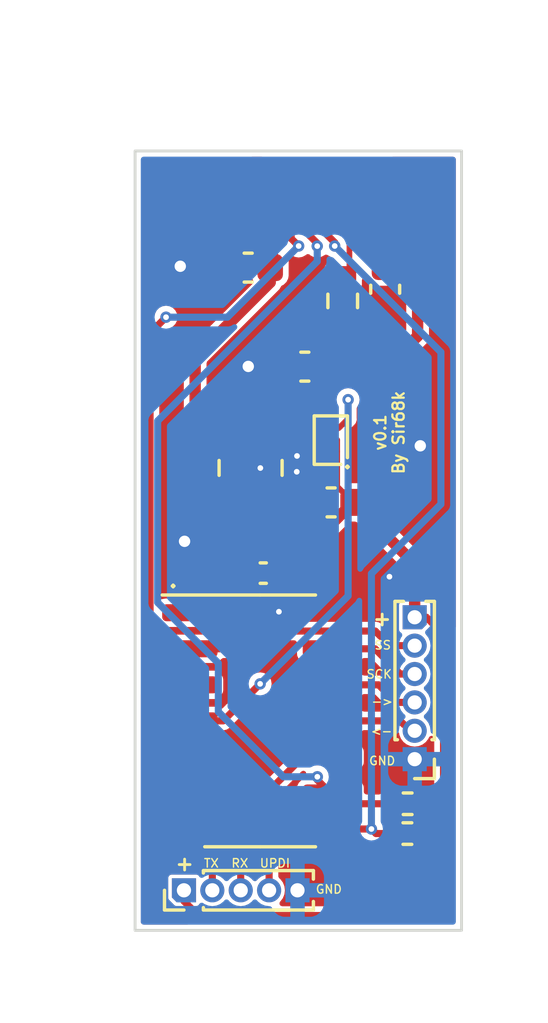
<source format=kicad_pcb>
(kicad_pcb (version 20211014) (generator pcbnew)
  (layers (0 "F.Cu" mixed) (31 "B.Cu" mixed) (34 "B.Paste" user) (35 "F.Paste" user) (36 "B.SilkS" user "B.Silkscreen") (37 "F.SilkS" user "F.Silkscreen") (38 "B.Mask" user) (39 "F.Mask" user) (44 "Edge.Cuts" user))
  (net 0 "")
  (net 1 "/IREF")
  (net 2 "GND")
  (net 3 "+12V")
  (net 4 "/OLED PWR ENABLE")
  (net 5 "VCC")
  (net 6 "/SS")
  (net 7 "/RES#")
  (net 9 "/UART RX")
  (net 10 "/UART TX")
  (net 11 "/I2C SDA")
  (net 12 "/I2C SCL")
  (net 13 "/UPDI")
  (net 14 "/MOSI")
  (net 15 "/MISO")
  (net 16 "/SCK")
  (net 17 "/VCOMH")
  (net 24 "Net-(IC2-PadB2)")
  (footprint "Capacitor_SMD:C_0603_1608Metric" (layer "F.Cu") (at 101.704 67.85)
    (fp_text reference "C2" hide)
    (fp_text value "1uF" hide)
    (fp_line (start -0.14058 -0.51) (end 0.14058 -0.51) (layer "F.SilkS") (width 0.12))
    (fp_line (start -0.14058 0.51) (end 0.14058 0.51) (layer "F.SilkS") (width 0.12))
    (pad "1" smd roundrect (at -0.775 0) (size 0.9 0.95) (layers "F.Cu" "F.Paste" "F.Mask") (net 2 "GND"))
    (pad "2" smd roundrect (at 0.775 0) (size 0.9 0.95) (layers "F.Cu" "F.Paste" "F.Mask") (net 5 "VCC"))
  )
  (footprint "Resistor_SMD:R_0603_1608Metric" (layer "F.Cu") (at 105.034214 69.023096 -90)
    (fp_text reference "R1" hide)
    (fp_text value "680k" hide)
    (fp_line (start -0.237258 -0.5225) (end 0.237258 -0.5225) (layer "F.SilkS") (width 0.12))
    (fp_line (start -0.237258 0.5225) (end 0.237258 0.5225) (layer "F.SilkS") (width 0.12))
    (pad "1" smd roundrect (at -0.825 0 270) (size 0.8 0.95) (layers "F.Cu" "F.Paste" "F.Mask") (net 1 "/IREF"))
    (pad "2" smd roundrect (at 0.825 0 270) (size 0.8 0.95) (layers "F.Cu" "F.Paste" "F.Mask") (net 2 "GND"))
  )
  (footprint "Capacitor_SMD:C_0402_1005Metric" (layer "F.Cu") (at 102.235 78.613)
    (fp_text reference "C4" hide)
    (fp_text value "0.1uF" hide)
    (fp_line (start -0.107836 -0.36) (end 0.107836 -0.36) (layer "F.SilkS") (width 0.12))
    (fp_line (start -0.107836 0.36) (end 0.107836 0.36) (layer "F.SilkS") (width 0.12))
    (pad "1" smd roundrect (at -0.48 0) (size 0.56 0.62) (layers "F.Cu" "F.Paste" "F.Mask") (net 5 "VCC"))
    (pad "2" smd roundrect (at 0.48 0) (size 0.56 0.62) (layers "F.Cu" "F.Paste" "F.Mask") (net 2 "GND"))
  )
  (footprint "Inductor_SMD:L_1008_2520Metric" (layer "F.Cu") (at 101.789507 74.906353 90)
    (fp_text reference "L1" hide)
    (fp_text value "10uH" hide)
    (fp_line (start -0.261252 -1.11) (end 0.261252 -1.11) (layer "F.SilkS") (width 0.12))
    (fp_line (start -0.261252 1.11) (end 0.261252 1.11) (layer "F.SilkS") (width 0.12))
    (pad "1" smd roundrect (at -1.075 0 90) (size 1.25 2.2) (layers "F.Cu" "F.Paste" "F.Mask") (roundrect_rratio 0.2) (net 5 "VCC"))
    (pad "2" smd roundrect (at 1.075 0 90) (size 1.25 2.2) (layers "F.Cu" "F.Paste" "F.Mask") (roundrect_rratio 0.2) (net 24 "Net-(IC2-PadB2)"))
  )
  (footprint "Capacitor_SMD:C_0603_1608Metric" (layer "F.Cu") (at 103.700338 71.338802 180)
    (fp_text reference "C5" hide)
    (fp_text value "4.7uF" hide)
    (fp_line (start -0.14058 0.51) (end 0.14058 0.51) (layer "F.SilkS") (width 0.12))
    (fp_line (start -0.14058 -0.51) (end 0.14058 -0.51) (layer "F.SilkS") (width 0.12))
    (pad "1" smd roundrect (at -0.775 0 180) (size 0.9 0.95) (layers "F.Cu" "F.Paste" "F.Mask") (net 3 "+12V"))
    (pad "2" smd roundrect (at 0.775 0 180) (size 0.9 0.95) (layers "F.Cu" "F.Paste" "F.Mask") (net 2 "GND"))
  )
  (footprint "Resistor_SMD:R_0402_1005Metric" (layer "F.Cu") (at 107.312916 87.789952 180)
    (fp_text reference "R3" hide)
    (fp_text value "4.7k" hide)
    (fp_line (start -0.153641 -0.38) (end 0.153641 -0.38) (layer "F.SilkS") (width 0.12))
    (fp_line (start -0.153641 0.38) (end 0.153641 0.38) (layer "F.SilkS") (width 0.12))
    (pad "1" smd roundrect (at -0.51 0 180) (size 0.54 0.64) (layers "F.Cu" "F.Paste" "F.Mask") (net 5 "VCC"))
    (pad "2" smd roundrect (at 0.51 0 180) (size 0.54 0.64) (layers "F.Cu" "F.Paste" "F.Mask") (net 11 "/I2C SDA"))
  )
  (footprint "Resistor_SMD:R_0402_1005Metric" (layer "F.Cu") (at 107.320827 86.739749 180)
    (fp_text reference "R2" hide)
    (fp_text value "4.7k" hide)
    (fp_line (start -0.153641 -0.38) (end 0.153641 -0.38) (layer "F.SilkS") (width 0.12))
    (fp_line (start -0.153641 0.38) (end 0.153641 0.38) (layer "F.SilkS") (width 0.12))
    (pad "1" smd roundrect (at -0.51 0 180) (size 0.54 0.64) (layers "F.Cu" "F.Paste" "F.Mask") (net 5 "VCC"))
    (pad "2" smd roundrect (at 0.51 0 180) (size 0.54 0.64) (layers "F.Cu" "F.Paste" "F.Mask") (net 12 "/I2C SCL"))
  )
  (footprint "Connector_PinHeader_1.00mm:PinHeader_1x06_P1.00mm_Vertical" (layer "F.Cu") (at 107.569 85.169 180)
    (fp_text reference "J1" hide)
    (fp_text value "DISPLAY IN" hide)
    (fp_line (start 0.608276 0.685) (end 0.695 0.685) (layer "F.SilkS") (width 0.12))
    (fp_line (start 0.695 0.685) (end 0.695 5.56) (layer "F.SilkS") (width 0.12))
    (fp_line (start -0.695 -0.685) (end 0 -0.685) (layer "F.SilkS") (width 0.12))
    (fp_line (start -0.695 0) (end -0.695 -0.685) (layer "F.SilkS") (width 0.12))
    (fp_line (start -0.695 5.56) (end -0.394493 5.56) (layer "F.SilkS") (width 0.12))
    (fp_line (start -0.695 0.685) (end -0.608276 0.685) (layer "F.SilkS") (width 0.12))
    (fp_line (start -0.695 0.685) (end -0.695 5.56) (layer "F.SilkS") (width 0.12))
    (fp_line (start 0.394493 5.56) (end 0.695 5.56) (layer "F.SilkS") (width 0.12))
    (pad "1" thru_hole rect (at 0 0 180) (size 0.85 0.85) (drill 0.5) (layers *.Cu *.Mask) (net 2 "GND"))
    (pad "2" thru_hole oval (at 0 1 180) (size 0.85 0.85) (drill 0.5) (layers *.Cu *.Mask) (net 14 "/MOSI"))
    (pad "3" thru_hole oval (at 0 2 180) (size 0.85 0.85) (drill 0.5) (layers *.Cu *.Mask) (net 15 "/MISO"))
    (pad "4" thru_hole oval (at 0 3 180) (size 0.85 0.85) (drill 0.5) (layers *.Cu *.Mask) (net 16 "/SCK"))
    (pad "5" thru_hole oval (at 0 4 180) (size 0.85 0.85) (drill 0.5) (layers *.Cu *.Mask) (net 6 "/SS"))
    (pad "6" thru_hole roundrect (at 0 5 180) (size 0.85 0.85) (drill 0.5) (layers *.Cu *.Mask) (roundrect_rratio 0) (chamfer_ratio 0.2) (chamfer top_left) (net 5 "VCC"))
  )
  (footprint "Connector_PinHeader_1.00mm:PinHeader_1x05_P1.00mm_Vertical" (layer "F.Cu") (at 99.441 89.789 90)
    (fp_text reference "J2" hide)
    (fp_text value "UART/DEBUG" hide)
    (fp_line (start 0.608276 0.685) (end 0.695 0.685) (layer "F.SilkS") (width 0.12))
    (fp_line (start -0.695 0) (end -0.695 -0.685) (layer "F.SilkS") (width 0.12))
    (fp_line (start 0.394493 4.56) (end 0.695 4.56) (layer "F.SilkS") (width 0.12))
    (fp_line (start -0.695 4.56) (end -0.394493 4.56) (layer "F.SilkS") (width 0.12))
    (fp_line (start -0.695 0.685) (end -0.608276 0.685) (layer "F.SilkS") (width 0.12))
    (fp_line (start 0.695 0.685) (end 0.695 4.56) (layer "F.SilkS") (width 0.12))
    (fp_line (start -0.695 -0.685) (end 0 -0.685) (layer "F.SilkS") (width 0.12))
    (fp_line (start -0.695 0.685) (end -0.695 4.56) (layer "F.SilkS") (width 0.12))
    (pad "1" thru_hole roundrect (at 0 0 90) (size 0.85 0.85) (drill 0.5) (layers *.Cu *.Mask) (roundrect_rratio 0) (chamfer_ratio 0.2) (chamfer top_left) (net 5 "VCC"))
    (pad "2" thru_hole oval (at 0 1 90) (size 0.85 0.85) (drill 0.5) (layers *.Cu *.Mask) (net 10 "/UART TX"))
    (pad "3" thru_hole oval (at 0 2 90) (size 0.85 0.85) (drill 0.5) (layers *.Cu *.Mask) (net 9 "/UART RX"))
    (pad "4" thru_hole oval (at 0 3 90) (size 0.85 0.85) (drill 0.5) (layers *.Cu *.Mask) (net 13 "/UPDI"))
    (pad "5" thru_hole rect (at 0 4 90) (size 0.85 0.85) (drill 0.5) (layers *.Cu *.Mask) (net 2 "GND"))
  )
  (footprint "Connector:Connector_OLED_SSD1306_UT-0206-P02" (layer "F.Cu") (at 93.211445 65.384345 90)
    (fp_text reference "OLED1" hide)
    (fp_text value "Conn_OLED_SSD1306_14_I2C" hide)
    (pad "1" smd rect (at 0 5.08 90) (size 2.5 0.32) (layers "F.Cu" "F.Paste" "F.Mask"))
    (pad "2" smd rect (at 0 5.7 90) (size 2.5 0.32) (layers "F.Cu" "F.Paste" "F.Mask"))
    (pad "3" smd rect (at 0 6.32 90) (size 2.5 0.32) (layers "F.Cu" "F.Paste" "F.Mask"))
    (pad "4" smd rect (at 0 6.94 90) (size 2.5 0.32) (layers "F.Cu" "F.Paste" "F.Mask"))
    (pad "5" smd rect (at 0 7.56 90) (size 2.5 0.32) (layers "F.Cu" "F.Paste" "F.Mask"))
    (pad "6" smd rect (at 0 8.18 90) (size 2.5 0.32) (layers "F.Cu" "F.Paste" "F.Mask"))
    (pad "7" smd rect (at 0 8.8 90) (size 2.5 0.32) (layers "F.Cu" "F.Paste" "F.Mask") (net 2 "GND"))
    (pad "8" smd rect (at 0 9.42 90) (size 2.5 0.32) (layers "F.Cu" "F.Paste" "F.Mask") (net 5 "VCC"))
    (pad "9" smd rect (at 0 10.04 90) (size 2.5 0.32) (layers "F.Cu" "F.Paste" "F.Mask") (net 7 "/RES#"))
    (pad "10" smd rect (at 0 10.66 90) (size 2.5 0.32) (layers "F.Cu" "F.Paste" "F.Mask") (net 12 "/I2C SCL"))
    (pad "11" smd rect (at 0 11.28 90) (size 2.5 0.32) (layers "F.Cu" "F.Paste" "F.Mask") (net 11 "/I2C SDA"))
    (pad "12" smd rect (at 0 11.9 90) (size 2.5 0.32) (layers "F.Cu" "F.Paste" "F.Mask") (net 1 "/IREF"))
    (pad "13" smd rect (at 0 12.52 90) (size 2.5 0.32) (layers "F.Cu" "F.Paste" "F.Mask") (net 17 "/VCOMH"))
    (pad "14" smd rect (at 0 13.14 90) (size 2.5 0.32) (layers "F.Cu" "F.Paste" "F.Mask") (net 3 "+12V"))
  )
  (footprint "Capacitor_SMD:C_0603_1608Metric" (layer "F.Cu") (at 104.624621 76.121253)
    (fp_text reference "C1" hide)
    (fp_text value "4.7uF" hide)
    (fp_line (start -0.14058 0.51) (end 0.14058 0.51) (layer "F.SilkS") (width 0.12))
    (fp_line (start -0.14058 -0.51) (end 0.14058 -0.51) (layer "F.SilkS") (width 0.12))
    (pad "1" smd roundrect (at -0.775 0) (size 0.9 0.95) (layers "F.Cu" "F.Paste" "F.Mask") (net 2 "GND"))
    (pad "2" smd roundrect (at 0.775 0) (size 0.9 0.95) (layers "F.Cu" "F.Paste" "F.Mask") (net 5 "VCC"))
  )
  (footprint "Package_SO:SOIC-14_3.9x8.7mm_P1.27mm" (layer "F.Cu") (at 102.125 83.82)
    (fp_text reference "IC1" hide)
    (fp_text value "ATtiny1614-SS" hide)
    (fp_line (start 0 4.435) (end 1.95 4.435) (layer "F.SilkS") (width 0.12))
    (fp_line (start 0 -4.435) (end -3.45 -4.435) (layer "F.SilkS") (width 0.12))
    (fp_line (start 0 -4.435) (end 1.95 -4.435) (layer "F.SilkS") (width 0.12))
    (fp_line (start 0 4.435) (end -1.95 4.435) (layer "F.SilkS") (width 0.12))
    (pad "1" smd roundrect (at -2.475 -3.81) (size 1.95 0.6) (layers "F.Cu" "F.Paste" "F.Mask") (net 5 "VCC"))
    (pad "2" smd roundrect (at -2.475 -2.54) (size 1.95 0.6) (layers "F.Cu" "F.Paste" "F.Mask") (net 6 "/SS"))
    (pad "3" smd roundrect (at -2.475 -1.27) (size 1.95 0.6) (layers "F.Cu" "F.Paste" "F.Mask") (net 7 "/RES#"))
    (pad "4" smd roundrect (at -2.475 0) (size 1.95 0.6) (layers "F.Cu" "F.Paste" "F.Mask") (net 4 "/OLED PWR ENABLE"))
    (pad "5" smd roundrect (at -2.475 1.27) (size 1.95 0.6) (layers "F.Cu" "F.Paste" "F.Mask"))
    (pad "6" smd roundrect (at -2.475 2.54) (size 1.95 0.6) (layers "F.Cu" "F.Paste" "F.Mask") (net 9 "/UART RX"))
    (pad "7" smd roundrect (at -2.475 3.81) (size 1.95 0.6) (layers "F.Cu" "F.Paste" "F.Mask") (net 10 "/UART TX"))
    (pad "8" smd roundrect (at 2.475 3.81) (size 1.95 0.6) (layers "F.Cu" "F.Paste" "F.Mask") (net 11 "/I2C SDA"))
    (pad "9" smd roundrect (at 2.475 2.54) (size 1.95 0.6) (layers "F.Cu" "F.Paste" "F.Mask") (net 12 "/I2C SCL"))
    (pad "10" smd roundrect (at 2.475 1.27) (size 1.95 0.6) (layers "F.Cu" "F.Paste" "F.Mask") (net 13 "/UPDI"))
    (pad "11" smd roundrect (at 2.475 0) (size 1.95 0.6) (layers "F.Cu" "F.Paste" "F.Mask") (net 14 "/MOSI"))
    (pad "12" smd roundrect (at 2.475 -1.27) (size 1.95 0.6) (layers "F.Cu" "F.Paste" "F.Mask") (net 15 "/MISO"))
    (pad "13" smd roundrect (at 2.475 -2.54) (size 1.95 0.6) (layers "F.Cu" "F.Paste" "F.Mask") (net 16 "/SCK"))
    (pad "14" smd roundrect (at 2.475 -3.81) (size 1.95 0.6) (layers "F.Cu" "F.Paste" "F.Mask") (net 2 "GND"))
  )
  (footprint "Capacitor_SMD:C_0603_1608Metric" (layer "F.Cu") (at 106.53 68.612 -90)
    (fp_text reference "C3" hide)
    (fp_text value "4.7uF" hide)
    (fp_line (start -0.14058 0.51) (end 0.14058 0.51) (layer "F.SilkS") (width 0.12))
    (fp_line (start -0.14058 -0.51) (end 0.14058 -0.51) (layer "F.SilkS") (width 0.12))
    (pad "1" smd roundrect (at -0.775 0 270) (size 0.9 0.95) (layers "F.Cu" "F.Paste" "F.Mask") (net 17 "/VCOMH"))
    (pad "2" smd roundrect (at 0.775 0 270) (size 0.9 0.95) (layers "F.Cu" "F.Paste" "F.Mask") (net 2 "GND"))
  )
  (footprint "Package_BGA:Texas_DSBGA-6_0.95x1.488mm_Layout2x3_P0.4mm" (layer "F.Cu") (at 104.615 73.92775 180)
    (fp_text reference "IC2" hide)
    (fp_text value "TPS61046" hide)
    (fp_line (start 0.585 0.854) (end -0.585 0.854) (layer "F.SilkS") (width 0.12))
    (fp_line (start 0.585 -0.854) (end 0.585 0.854) (layer "F.SilkS") (width 0.12))
    (fp_line (start -0.585 0.854) (end -0.585 -0.6165) (layer "F.SilkS") (width 0.12))
    (fp_line (start -0.3475 -0.854) (end 0.585 -0.854) (layer "F.SilkS") (width 0.12))
    (pad "A1" smd circle (at -0.2 -0.4 180) (size 0.25 0.25) (layers "F.Cu" "F.Paste" "F.Mask") (net 5 "VCC"))
    (pad "A2" smd circle (at 0.2 -0.4 180) (size 0.25 0.25) (layers "F.Cu" "F.Paste" "F.Mask") (net 2 "GND"))
    (pad "B1" smd circle (at -0.2 0 180) (size 0.25 0.25) (layers "F.Cu" "F.Paste" "F.Mask") (net 5 "VCC"))
    (pad "B2" smd circle (at 0.2 0 180) (size 0.25 0.25) (layers "F.Cu" "F.Paste" "F.Mask") (net 24 "Net-(IC2-PadB2)"))
    (pad "C1" smd circle (at -0.2 0.4 180) (size 0.25 0.25) (layers "F.Cu" "F.Paste" "F.Mask") (net 4 "/OLED PWR ENABLE"))
    (pad "C2" smd circle (at 0.2 0.4 180) (size 0.25 0.25) (layers "F.Cu" "F.Paste" "F.Mask") (net 3 "+12V"))
  )
  (gr_rect (start 97.72 91.2) (end 109.22 63.74) (layer "Edge.Cuts") (width 0.1) (fill none))
  (gr_text "GND" (at 106.424194 85.228573) (layer "F.SilkS") (effects (font (size 0.3 0.3) (thickness 0.05))))
  (gr_text "->" (at 106.424194 83.137055) (layer "F.SilkS") (effects (font (size 0.3 0.3) (thickness 0.05))))
  (gr_text "v0.1\nBy Sir68k" (at 106.68 73.66 90) (layer "F.SilkS") (effects (font (size 0.4 0.4) (thickness 0.08))))
  (gr_text "+" (at 99.464791 88.846806) (layer "F.SilkS") (effects (font (size 0.5 0.5) (thickness 0.1))))
  (gr_text "SS" (at 106.445536 81.152246) (layer "F.SilkS") (effects (font (size 0.3 0.3) (thickness 0.05))))
  (gr_text "->" (at 106.402852 84.225498 180) (layer "F.SilkS") (effects (font (size 0.3 0.3) (thickness 0.05))))
  (gr_text "." (at 105.2 74.54425) (layer "F.SilkS") (effects (font (size 0.8 0.8) (thickness 0.1))))
  (gr_text "GND" (at 104.546095 89.753084) (layer "F.SilkS") (effects (font (size 0.3 0.3) (thickness 0.05))))
  (gr_text "UPDI" (at 102.646654 88.835376) (layer "F.SilkS") (effects (font (size 0.3 0.3) (thickness 0.05))))
  (gr_text "." (at 99.06 78.74) (layer "F.SilkS") (effects (font (size 0.8 0.8) (thickness 0.1))))
  (gr_text "TX" (at 100.405741 88.835376) (layer "F.SilkS") (effects (font (size 0.3 0.3) (thickness 0.05))))
  (gr_text "RX" (at 101.408817 88.835376) (layer "F.SilkS") (effects (font (size 0.3 0.3) (thickness 0.05))))
  (gr_text "SCK" (at 106.317484 82.176663) (layer "F.SilkS") (effects (font (size 0.3 0.3) (thickness 0.05))))
  (gr_text "+" (at 106.424194 80.213197) (layer "F.SilkS") (effects (font (size 0.5 0.5) (thickness 0.1))))
  (segment (start 105.111445 65.384345) (end 105.27079 65.54369) (width 0.2) (layer "F.Cu") (net 1))
  (segment (start 105.27079 65.54369) (end 105.27079 67.96421) (width 0.2) (layer "F.Cu") (net 1))
  (segment (start 104.365 74.37775) (end 104.415 74.37775) (width 0.25) (layer "F.Cu") (net 2))
  (segment (start 103.849621 74.893129) (end 104.365 74.37775) (width 0.25) (layer "F.Cu") (net 2))
  (segment (start 103.849621 76.121253) (end 103.849621 74.893129) (width 0.25) (layer "F.Cu") (net 2))
  (via (at 102.132745 74.911027) (size 0.4) (drill 0.2) (layers "F.Cu" "B.Cu") (net 2))
  (via (at 107.766703 74.128261) (size 0.8) (drill 0.4) (layers "F.Cu" "B.Cu") (net 2))
  (via (at 99.31185 67.801902) (size 0.8) (drill 0.4) (layers "F.Cu" "B.Cu") (net 2))
  (via (at 102.78654 79.973424) (size 0.4) (drill 0.2) (layers "F.Cu" "B.Cu") (net 2))
  (via (at 106.68 78.74) (size 0.4) (drill 0.2) (layers "F.Cu" "B.Cu") (net 2))
  (via (at 101.706862 71.330862) (size 0.8) (drill 0.4) (layers "F.Cu" "B.Cu") (net 2))
  (via (at 103.423569 74.48564) (size 0.4) (drill 0.2) (layers "F.Cu" "B.Cu") (net 2))
  (via (at 103.414724 75.042864) (size 0.4) (drill 0.2) (layers "F.Cu" "B.Cu") (net 2))
  (via (at 99.462748 77.49327) (size 0.8) (drill 0.4) (layers "F.Cu" "B.Cu") (net 2))
  (segment (start 106.597198 71.338802) (end 107.673 70.263) (width 0.4) (layer "F.Cu") (net 3))
  (segment (start 107.673 67.088) (end 107.673 70.263) (width 0.25) (layer "F.Cu") (net 3))
  (segment (start 107.673 66.961) (end 107.673 70.263) (width 0.4) (layer "F.Cu") (net 3))
  (segment (start 104.475338 73.324662) (end 104.415 73.385) (width 0.25) (layer "F.Cu") (net 3))
  (segment (start 104.475338 71.338802) (end 104.475338 73.324662) (width 0.25) (layer "F.Cu") (net 3))
  (segment (start 107.673 66.961) (end 107.673 67.088) (width 0.4) (layer "F.Cu") (net 3))
  (segment (start 104.475338 71.338802) (end 106.597198 71.338802) (width 0.4) (layer "F.Cu") (net 3))
  (segment (start 104.415 73.385) (end 104.415 73.47775) (width 0.25) (layer "F.Cu") (net 3))
  (segment (start 107.673 66.7059) (end 106.351445 65.384345) (width 0.4) (layer "F.Cu") (net 3))
  (segment (start 107.673 67.088) (end 107.673 66.7059) (width 0.4) (layer "F.Cu") (net 3))
  (segment (start 105.224335 72.502328) (end 105.224335 73.176706) (width 0.2) (layer "F.Cu") (net 4))
  (segment (start 100.82081 83.82) (end 99.65 83.82) (width 0.25) (layer "F.Cu") (net 4))
  (segment (start 105.224335 73.176706) (end 104.900338 73.500703) (width 0.2) (layer "F.Cu") (net 4))
  (segment (start 102.125 82.51581) (end 100.82081 83.82) (width 0.25) (layer "F.Cu") (net 4))
  (via (at 105.224335 72.502328) (size 0.4) (drill 0.2) (layers "F.Cu" "B.Cu") (net 4))
  (via (at 102.125 82.51581) (size 0.4) (drill 0.2) (layers "F.Cu" "B.Cu") (net 4))
  (segment (start 105.224335 72.502328) (end 105.224335 79.416475) (width 0.25) (layer "B.Cu") (net 4))
  (segment (start 105.224335 79.416475) (end 102.125 82.51581) (width 0.25) (layer "B.Cu") (net 4))
  (segment (start 101.789507 75.981353) (end 102.804407 76.996253) (width 0.4) (layer "F.Cu") (net 5))
  (segment (start 106.68 90.678) (end 108.585 88.773) (width 0.25) (layer "F.Cu") (net 5))
  (segment (start 107.822916 87.789952) (end 108.109952 87.789952) (width 0.25) (layer "F.Cu") (net 5))
  (segment (start 107.569 80.169) (end 107.569 78.290632) (width 0.4) (layer "F.Cu") (net 5))
  (segment (start 100.435743 75.981353) (end 101.789507 75.981353) (width 0.4) (layer "F.Cu") (net 5))
  (segment (start 101.6 76.17086) (end 101.6 78.74) (width 0.4) (layer "F.Cu") (net 5))
  (segment (start 102.804407 76.996253) (end 104.524621 76.996253) (width 0.4) (layer "F.Cu") (net 5))
  (segment (start 108.109952 87.789952) (end 108.585 87.314904) (width 0.25) (layer "F.Cu") (net 5))
  (segment (start 102.631445 65.384345) (end 102.631445 67.697555) (width 0.25) (layer "F.Cu") (net 5))
  (segment (start 108.585 86.995) (end 108.585 80.772) (width 0.25) (layer "F.Cu") (net 5))
  (segment (start 102.479 67.85) (end 102.479 68.368183) (width 0.4) (layer "F.Cu") (net 5))
  (segment (start 105.399621 76.121253) (end 104.84 75.561632) (width 0.2) (layer "F.Cu") (net 5))
  (segment (start 102.479 68.368183) (end 99.836341 71.010842) (width 0.4) (layer "F.Cu") (net 5))
  (segment (start 108.585 87.314904) (end 108.585 86.995) (width 0.25) (layer "F.Cu") (net 5))
  (segment (start 108.329749 86.739749) (end 108.585 86.995) (width 0.25) (layer "F.Cu") (net 5))
  (segment (start 107.982 80.169) (end 107.569 80.169) (width 0.25) (layer "F.Cu") (net 5))
  (segment (start 107.569 78.290632) (end 105.399621 76.121253) (width 0.4) (layer "F.Cu") (net 5))
  (segment (start 104.84 75.561632) (end 104.84 73.92775) (width 0.2) (layer "F.Cu") (net 5))
  (segment (start 107.830827 86.739749) (end 108.329749 86.739749) (width 0.25) (layer "F.Cu") (net 5))
  (segment (start 99.441 89.789) (end 99.441 90.17) (width 0.25) (layer "F.Cu") (net 5))
  (segment (start 104.524621 76.996253) (end 105.399621 76.121253) (width 0.4) (layer "F.Cu") (net 5))
  (segment (start 99.836341 75.381951) (end 100.435743 75.981353) (width 0.4) (layer "F.Cu") (net 5))
  (segment (start 99.836341 71.010842) (end 99.836341 75.381951) (width 0.4) (layer "F.Cu") (net 5))
  (segment (start 99.949 90.678) (end 106.68 90.678) (width 0.25) (layer "F.Cu") (net 5))
  (segment (start 108.585 80.772) (end 107.982 80.169) (width 0.25) (layer "F.Cu") (net 5))
  (segment (start 101.047 78.613) (end 99.65 80.01) (width 0.4) (layer "F.Cu") (net 5))
  (segment (start 101.755 78.613) (end 101.047 78.613) (width 0.4) (layer "F.Cu") (net 5))
  (segment (start 108.585 88.773) (end 108.585 86.995) (width 0.25) (layer "F.Cu") (net 5))
  (segment (start 99.441 90.17) (end 99.949 90.678) (width 0.25) (layer "F.Cu") (net 5))
  (segment (start 102.235 81.28) (end 102.86 80.655) (width 0.25) (layer "F.Cu") (net 6))
  (segment (start 99.65 81.28) (end 102.235 81.28) (width 0.25) (layer "F.Cu") (net 6))
  (segment (start 106.697396 81.169) (end 106.426698 80.898302) (width 0.25) (layer "F.Cu") (net 6))
  (segment (start 106.182 80.655) (end 106.357 80.83) (width 0.25) (layer "F.Cu") (net 6))
  (segment (start 107.569 81.169) (end 106.697396 81.169) (width 0.25) (layer "F.Cu") (net 6))
  (segment (start 102.86 80.655) (end 106.182 80.655) (width 0.25) (layer "F.Cu") (net 6))
  (segment (start 98.24718 82.537001) (end 98.24718 70.15912) (width 0.25) (layer "F.Cu") (net 7))
  (segment (start 103.217638 66.823638) (end 103.217638 65.418152) (width 0.25) (layer "F.Cu") (net 7))
  (segment (start 98.24718 70.15912) (end 98.809811 69.596489) (width 0.25) (layer "F.Cu") (net 7))
  (segment (start 99.65 82.55) (end 98.260179 82.55) (width 0.25) (layer "F.Cu") (net 7))
  (segment (start 103.482 67.088) (end 103.217638 66.823638) (width 0.25) (layer "F.Cu") (net 7))
  (segment (start 98.260179 82.55) (end 98.24718 82.537001) (width 0.25) (layer "F.Cu") (net 7))
  (via (at 103.482 67.088) (size 0.4) (drill 0.2) (layers "F.Cu" "B.Cu") (net 7))
  (via (at 98.809811 69.596489) (size 0.4) (drill 0.2) (layers "F.Cu" "B.Cu") (net 7))
  (segment (start 100.973511 69.596489) (end 98.809811 69.596489) (width 0.25) (layer "B.Cu") (net 7))
  (segment (start 103.482 67.088) (end 100.973511 69.596489) (width 0.25) (layer "B.Cu") (net 7))
  (segment (start 101.441 87.774249) (end 101.441 89.789) (width 0.25) (layer "F.Cu") (net 9))
  (segment (start 100.026751 86.36) (end 101.441 87.774249) (width 0.25) (layer "F.Cu") (net 9))
  (segment (start 100.441 88.63) (end 100.441 89.789) (width 0.25) (layer "F.Cu") (net 10))
  (segment (start 99.65 87.839) (end 100.441 88.63) (width 0.25) (layer "F.Cu") (net 10))
  (segment (start 99.65 87.63) (end 99.65 87.839) (width 0.25) (layer "F.Cu") (net 10))
  (segment (start 104.461081 66.674618) (end 104.461081 65.414709) (width 0.25) (layer "F.Cu") (net 11))
  (segment (start 104.752 67.088) (end 104.752 66.965537) (width 0.25) (layer "F.Cu") (net 11))
  (segment (start 106.802916 87.789952) (end 106.204952 87.789952) (width 0.25) (layer "F.Cu") (net 11))
  (segment (start 104.752 66.965537) (end 104.461081 66.674618) (width 0.25) (layer "F.Cu") (net 11))
  (segment (start 106.045 87.63) (end 104.6 87.63) (width 0.25) (layer "F.Cu") (net 11))
  (segment (start 106.204952 87.789952) (end 106.045 87.63) (width 0.25) (layer "F.Cu") (net 11))
  (via (at 106.045 87.63) (size 0.4) (drill 0.2) (layers "F.Cu" "B.Cu") (net 11))
  (via (at 104.752 67.088) (size 0.4) (drill 0.2) (layers "F.Cu" "B.Cu") (net 11))
  (segment (start 108.493303 76.184234) (end 108.493303 70.829303) (width 0.25) (layer "B.Cu") (net 11))
  (segment (start 106.045 78.632537) (end 108.493303 76.184234) (width 0.25) (layer "B.Cu") (net 11))
  (segment (start 108.493303 70.829303) (end 104.752 67.088) (width 0.25) (layer "B.Cu") (net 11))
  (segment (start 106.045 87.63) (end 106.045 78.632537) (width 0.25) (layer "B.Cu") (net 11))
  (segment (start 104.136448 66.992148) (end 103.871445 66.727145) (width 0.25) (layer "F.Cu") (net 12))
  (segment (start 104.979749 86.739749) (end 104.6 86.36) (width 0.25) (layer "F.Cu") (net 12))
  (segment (start 104.136448 67.091741) (end 104.136448 66.992148) (width 0.25) (layer "F.Cu") (net 12))
  (segment (start 103.871445 66.727145) (end 103.871445 65.384345) (width 0.25) (layer "F.Cu") (net 12))
  (segment (start 104.14 85.9) (end 104.6 86.36) (width 0.25) (layer "F.Cu") (net 12))
  (segment (start 106.810827 86.739749) (end 104.979749 86.739749) (width 0.25) (layer "F.Cu") (net 12))
  (segment (start 104.14 85.7895) (end 104.14 85.9) (width 0.25) (layer "F.Cu") (net 12))
  (via (at 104.14 85.7895) (size 0.4) (drill 0.2) (layers "F.Cu" "B.Cu") (net 12))
  (via (at 104.136448 67.091741) (size 0.4) (drill 0.2) (layers "F.Cu" "B.Cu") (net 12))
  (segment (start 104.136448 67.091741) (end 104.136448 67.63046) (width 0.25) (layer "B.Cu") (net 12))
  (segment (start 100.651949 81.785222) (end 100.651949 83.49889) (width 0.25) (layer "B.Cu") (net 12))
  (segment (start 102.942559 85.7895) (end 104.14 85.7895) (width 0.25) (layer "B.Cu") (net 12))
  (segment (start 100.651949 83.49889) (end 102.942559 85.7895) (width 0.25) (layer "B.Cu") (net 12))
  (segment (start 98.515856 79.649129) (end 100.651949 81.785222) (width 0.25) (layer "B.Cu") (net 12))
  (segment (start 104.136448 67.63046) (end 98.515856 73.251052) (width 0.25) (layer "B.Cu") (net 12))
  (segment (start 98.515856 73.251052) (end 98.515856 79.649129) (width 0.25) (layer "B.Cu") (net 12))
  (segment (start 103.632 85.09) (end 102.441 86.281) (width 0.25) (layer "F.Cu") (net 13))
  (segment (start 104.6 85.09) (end 103.632 85.09) (width 0.25) (layer "F.Cu") (net 13))
  (segment (start 102.441 86.281) (end 102.441 89.789) (width 0.25) (layer "F.Cu") (net 13))
  (segment (start 104.6 83.82) (end 107.061 83.82) (width 0.25) (layer "F.Cu") (net 14))
  (segment (start 107.061 83.82) (end 107.188 83.947) (width 0.25) (layer "F.Cu") (net 14))
  (segment (start 106.299 82.55) (end 104.6 82.55) (width 0.25) (layer "F.Cu") (net 15))
  (segment (start 107.569 83.169) (end 106.918 83.169) (width 0.25) (layer "F.Cu") (net 15))
  (segment (start 106.918 83.169) (end 106.299 82.55) (width 0.25) (layer "F.Cu") (net 15))
  (segment (start 107.569 82.169) (end 107.061 82.169) (width 0.25) (layer "F.Cu") (net 16))
  (segment (start 106.172 81.28) (end 104.6 81.28) (width 0.25) (layer "F.Cu") (net 16))
  (segment (start 107.061 82.169) (end 106.172 81.28) (width 0.25) (layer "F.Cu") (net 16))
  (segment (start 105.69579 66.740105) (end 105.69579 65.42) (width 0.25) (layer "F.Cu") (net 17))
  (segment (start 106.53 67.574315) (end 105.69579 66.740105) (width 0.25) (layer "F.Cu") (net 17))
  (segment (start 104.415 73.92775) (end 101.885904 73.92775) (width 0.25) (layer "F.Cu") (net 24))
  (zone (net 2) (net_name "GND") (layer "F.Cu") (name "GND") (connect_pads yes (clearance 0.2)) (min_thickness 0.2) (fill yes (thermal_gap 0.508) (thermal_bridge_width 0.508) (smoothing chamfer))
    (polygon (pts (xy 110.71855 60.326626) (xy 110.21055 92.076626) (xy 96.52 92.202) (xy 97.028 60.071)))
  )
  (zone (net 2) (net_name "GND") (layer "B.Cu") (name "GND") (connect_pads (clearance 0.2)) (min_thickness 0.2) (fill yes (thermal_gap 0.508) (thermal_bridge_width 0.508))
    (polygon (pts (xy 112.279024 59.18248) (xy 110.871 94.488) (xy 94.234 93.98) (xy 94.361 89.789) (xy 94.488 66.04) (xy 94.753024 58.42048)))
  )
)
</source>
